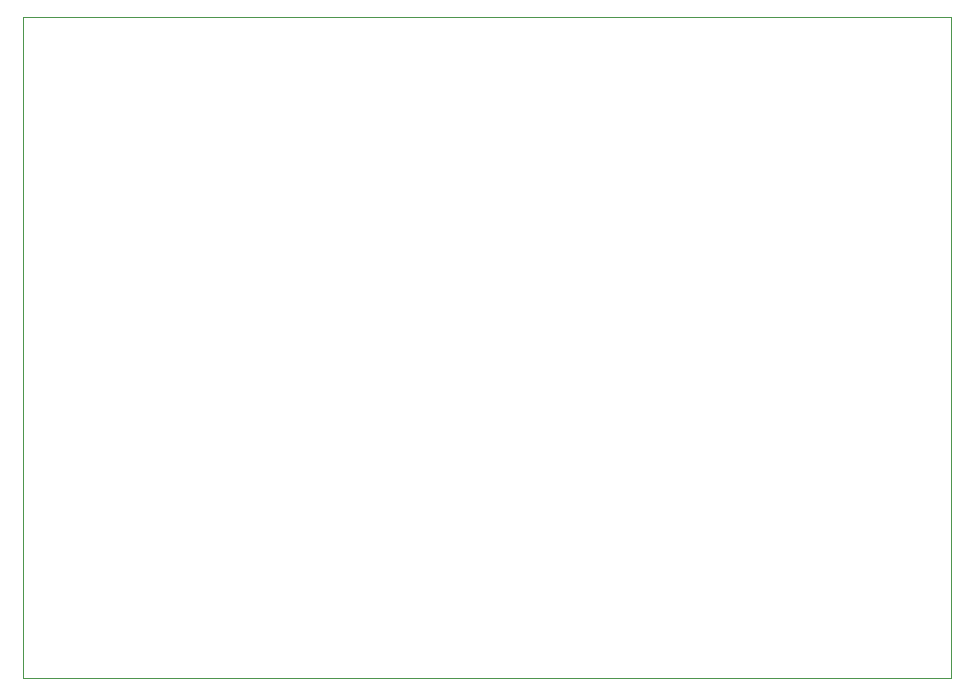
<source format=gbr>
%TF.GenerationSoftware,KiCad,Pcbnew,9.0.0*%
%TF.CreationDate,2025-03-20T23:20:09+05:30*%
%TF.ProjectId,buck_converter,6275636b-5f63-46f6-9e76-65727465722e,rev?*%
%TF.SameCoordinates,Original*%
%TF.FileFunction,Profile,NP*%
%FSLAX46Y46*%
G04 Gerber Fmt 4.6, Leading zero omitted, Abs format (unit mm)*
G04 Created by KiCad (PCBNEW 9.0.0) date 2025-03-20 23:20:09*
%MOMM*%
%LPD*%
G01*
G04 APERTURE LIST*
%TA.AperFunction,Profile*%
%ADD10C,0.050000*%
%TD*%
G04 APERTURE END LIST*
D10*
X30500000Y-15500000D02*
X109000000Y-15500000D01*
X109000000Y-71500000D01*
X30500000Y-71500000D01*
X30500000Y-15500000D01*
M02*

</source>
